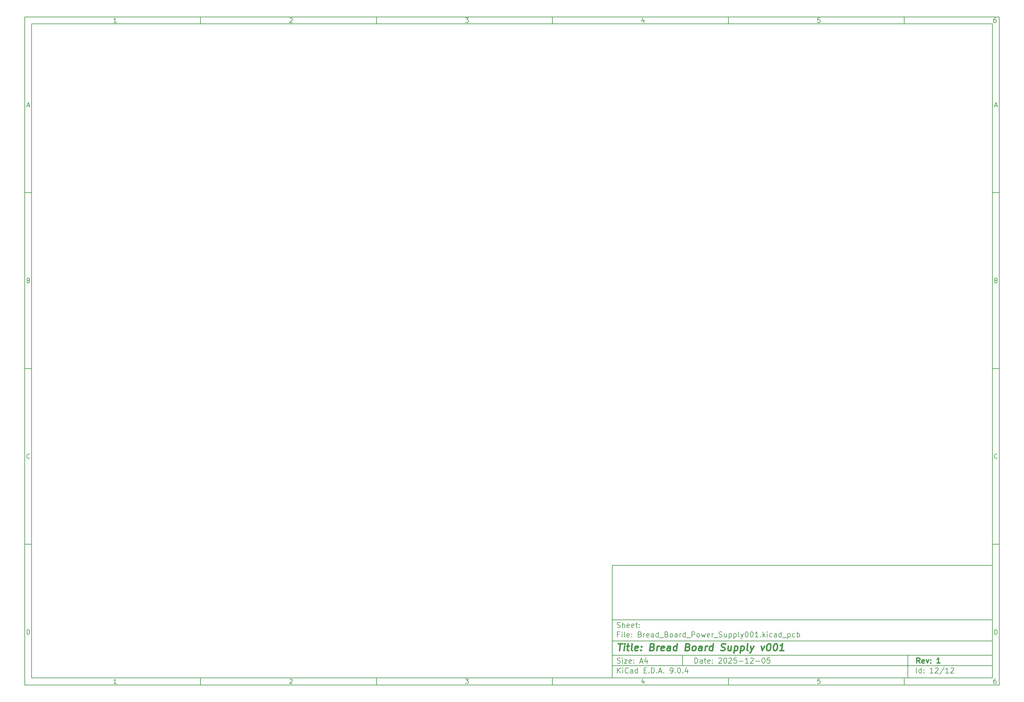
<source format=gbr>
%TF.GenerationSoftware,KiCad,Pcbnew,9.0.4*%
%TF.CreationDate,2025-12-05T21:51:26+03:30*%
%TF.ProjectId,Bread_Board_Power_Supply001,42726561-645f-4426-9f61-72645f506f77,1*%
%TF.SameCoordinates,Original*%
%TF.FileFunction,Other,User*%
%FSLAX46Y46*%
G04 Gerber Fmt 4.6, Leading zero omitted, Abs format (unit mm)*
G04 Created by KiCad (PCBNEW 9.0.4) date 2025-12-05 21:51:26*
%MOMM*%
%LPD*%
G01*
G04 APERTURE LIST*
%ADD10C,0.100000*%
%ADD11C,0.150000*%
%ADD12C,0.300000*%
%ADD13C,0.400000*%
G04 APERTURE END LIST*
D10*
D11*
X177002200Y-166007200D02*
X285002200Y-166007200D01*
X285002200Y-198007200D01*
X177002200Y-198007200D01*
X177002200Y-166007200D01*
D10*
D11*
X10000000Y-10000000D02*
X287002200Y-10000000D01*
X287002200Y-200007200D01*
X10000000Y-200007200D01*
X10000000Y-10000000D01*
D10*
D11*
X12000000Y-12000000D02*
X285002200Y-12000000D01*
X285002200Y-198007200D01*
X12000000Y-198007200D01*
X12000000Y-12000000D01*
D10*
D11*
X60000000Y-12000000D02*
X60000000Y-10000000D01*
D10*
D11*
X110000000Y-12000000D02*
X110000000Y-10000000D01*
D10*
D11*
X160000000Y-12000000D02*
X160000000Y-10000000D01*
D10*
D11*
X210000000Y-12000000D02*
X210000000Y-10000000D01*
D10*
D11*
X260000000Y-12000000D02*
X260000000Y-10000000D01*
D10*
D11*
X36089160Y-11593604D02*
X35346303Y-11593604D01*
X35717731Y-11593604D02*
X35717731Y-10293604D01*
X35717731Y-10293604D02*
X35593922Y-10479319D01*
X35593922Y-10479319D02*
X35470112Y-10603128D01*
X35470112Y-10603128D02*
X35346303Y-10665033D01*
D10*
D11*
X85346303Y-10417414D02*
X85408207Y-10355509D01*
X85408207Y-10355509D02*
X85532017Y-10293604D01*
X85532017Y-10293604D02*
X85841541Y-10293604D01*
X85841541Y-10293604D02*
X85965350Y-10355509D01*
X85965350Y-10355509D02*
X86027255Y-10417414D01*
X86027255Y-10417414D02*
X86089160Y-10541223D01*
X86089160Y-10541223D02*
X86089160Y-10665033D01*
X86089160Y-10665033D02*
X86027255Y-10850747D01*
X86027255Y-10850747D02*
X85284398Y-11593604D01*
X85284398Y-11593604D02*
X86089160Y-11593604D01*
D10*
D11*
X135284398Y-10293604D02*
X136089160Y-10293604D01*
X136089160Y-10293604D02*
X135655826Y-10788842D01*
X135655826Y-10788842D02*
X135841541Y-10788842D01*
X135841541Y-10788842D02*
X135965350Y-10850747D01*
X135965350Y-10850747D02*
X136027255Y-10912652D01*
X136027255Y-10912652D02*
X136089160Y-11036461D01*
X136089160Y-11036461D02*
X136089160Y-11345985D01*
X136089160Y-11345985D02*
X136027255Y-11469795D01*
X136027255Y-11469795D02*
X135965350Y-11531700D01*
X135965350Y-11531700D02*
X135841541Y-11593604D01*
X135841541Y-11593604D02*
X135470112Y-11593604D01*
X135470112Y-11593604D02*
X135346303Y-11531700D01*
X135346303Y-11531700D02*
X135284398Y-11469795D01*
D10*
D11*
X185965350Y-10726938D02*
X185965350Y-11593604D01*
X185655826Y-10231700D02*
X185346303Y-11160271D01*
X185346303Y-11160271D02*
X186151064Y-11160271D01*
D10*
D11*
X236027255Y-10293604D02*
X235408207Y-10293604D01*
X235408207Y-10293604D02*
X235346303Y-10912652D01*
X235346303Y-10912652D02*
X235408207Y-10850747D01*
X235408207Y-10850747D02*
X235532017Y-10788842D01*
X235532017Y-10788842D02*
X235841541Y-10788842D01*
X235841541Y-10788842D02*
X235965350Y-10850747D01*
X235965350Y-10850747D02*
X236027255Y-10912652D01*
X236027255Y-10912652D02*
X236089160Y-11036461D01*
X236089160Y-11036461D02*
X236089160Y-11345985D01*
X236089160Y-11345985D02*
X236027255Y-11469795D01*
X236027255Y-11469795D02*
X235965350Y-11531700D01*
X235965350Y-11531700D02*
X235841541Y-11593604D01*
X235841541Y-11593604D02*
X235532017Y-11593604D01*
X235532017Y-11593604D02*
X235408207Y-11531700D01*
X235408207Y-11531700D02*
X235346303Y-11469795D01*
D10*
D11*
X285965350Y-10293604D02*
X285717731Y-10293604D01*
X285717731Y-10293604D02*
X285593922Y-10355509D01*
X285593922Y-10355509D02*
X285532017Y-10417414D01*
X285532017Y-10417414D02*
X285408207Y-10603128D01*
X285408207Y-10603128D02*
X285346303Y-10850747D01*
X285346303Y-10850747D02*
X285346303Y-11345985D01*
X285346303Y-11345985D02*
X285408207Y-11469795D01*
X285408207Y-11469795D02*
X285470112Y-11531700D01*
X285470112Y-11531700D02*
X285593922Y-11593604D01*
X285593922Y-11593604D02*
X285841541Y-11593604D01*
X285841541Y-11593604D02*
X285965350Y-11531700D01*
X285965350Y-11531700D02*
X286027255Y-11469795D01*
X286027255Y-11469795D02*
X286089160Y-11345985D01*
X286089160Y-11345985D02*
X286089160Y-11036461D01*
X286089160Y-11036461D02*
X286027255Y-10912652D01*
X286027255Y-10912652D02*
X285965350Y-10850747D01*
X285965350Y-10850747D02*
X285841541Y-10788842D01*
X285841541Y-10788842D02*
X285593922Y-10788842D01*
X285593922Y-10788842D02*
X285470112Y-10850747D01*
X285470112Y-10850747D02*
X285408207Y-10912652D01*
X285408207Y-10912652D02*
X285346303Y-11036461D01*
D10*
D11*
X60000000Y-198007200D02*
X60000000Y-200007200D01*
D10*
D11*
X110000000Y-198007200D02*
X110000000Y-200007200D01*
D10*
D11*
X160000000Y-198007200D02*
X160000000Y-200007200D01*
D10*
D11*
X210000000Y-198007200D02*
X210000000Y-200007200D01*
D10*
D11*
X260000000Y-198007200D02*
X260000000Y-200007200D01*
D10*
D11*
X36089160Y-199600804D02*
X35346303Y-199600804D01*
X35717731Y-199600804D02*
X35717731Y-198300804D01*
X35717731Y-198300804D02*
X35593922Y-198486519D01*
X35593922Y-198486519D02*
X35470112Y-198610328D01*
X35470112Y-198610328D02*
X35346303Y-198672233D01*
D10*
D11*
X85346303Y-198424614D02*
X85408207Y-198362709D01*
X85408207Y-198362709D02*
X85532017Y-198300804D01*
X85532017Y-198300804D02*
X85841541Y-198300804D01*
X85841541Y-198300804D02*
X85965350Y-198362709D01*
X85965350Y-198362709D02*
X86027255Y-198424614D01*
X86027255Y-198424614D02*
X86089160Y-198548423D01*
X86089160Y-198548423D02*
X86089160Y-198672233D01*
X86089160Y-198672233D02*
X86027255Y-198857947D01*
X86027255Y-198857947D02*
X85284398Y-199600804D01*
X85284398Y-199600804D02*
X86089160Y-199600804D01*
D10*
D11*
X135284398Y-198300804D02*
X136089160Y-198300804D01*
X136089160Y-198300804D02*
X135655826Y-198796042D01*
X135655826Y-198796042D02*
X135841541Y-198796042D01*
X135841541Y-198796042D02*
X135965350Y-198857947D01*
X135965350Y-198857947D02*
X136027255Y-198919852D01*
X136027255Y-198919852D02*
X136089160Y-199043661D01*
X136089160Y-199043661D02*
X136089160Y-199353185D01*
X136089160Y-199353185D02*
X136027255Y-199476995D01*
X136027255Y-199476995D02*
X135965350Y-199538900D01*
X135965350Y-199538900D02*
X135841541Y-199600804D01*
X135841541Y-199600804D02*
X135470112Y-199600804D01*
X135470112Y-199600804D02*
X135346303Y-199538900D01*
X135346303Y-199538900D02*
X135284398Y-199476995D01*
D10*
D11*
X185965350Y-198734138D02*
X185965350Y-199600804D01*
X185655826Y-198238900D02*
X185346303Y-199167471D01*
X185346303Y-199167471D02*
X186151064Y-199167471D01*
D10*
D11*
X236027255Y-198300804D02*
X235408207Y-198300804D01*
X235408207Y-198300804D02*
X235346303Y-198919852D01*
X235346303Y-198919852D02*
X235408207Y-198857947D01*
X235408207Y-198857947D02*
X235532017Y-198796042D01*
X235532017Y-198796042D02*
X235841541Y-198796042D01*
X235841541Y-198796042D02*
X235965350Y-198857947D01*
X235965350Y-198857947D02*
X236027255Y-198919852D01*
X236027255Y-198919852D02*
X236089160Y-199043661D01*
X236089160Y-199043661D02*
X236089160Y-199353185D01*
X236089160Y-199353185D02*
X236027255Y-199476995D01*
X236027255Y-199476995D02*
X235965350Y-199538900D01*
X235965350Y-199538900D02*
X235841541Y-199600804D01*
X235841541Y-199600804D02*
X235532017Y-199600804D01*
X235532017Y-199600804D02*
X235408207Y-199538900D01*
X235408207Y-199538900D02*
X235346303Y-199476995D01*
D10*
D11*
X285965350Y-198300804D02*
X285717731Y-198300804D01*
X285717731Y-198300804D02*
X285593922Y-198362709D01*
X285593922Y-198362709D02*
X285532017Y-198424614D01*
X285532017Y-198424614D02*
X285408207Y-198610328D01*
X285408207Y-198610328D02*
X285346303Y-198857947D01*
X285346303Y-198857947D02*
X285346303Y-199353185D01*
X285346303Y-199353185D02*
X285408207Y-199476995D01*
X285408207Y-199476995D02*
X285470112Y-199538900D01*
X285470112Y-199538900D02*
X285593922Y-199600804D01*
X285593922Y-199600804D02*
X285841541Y-199600804D01*
X285841541Y-199600804D02*
X285965350Y-199538900D01*
X285965350Y-199538900D02*
X286027255Y-199476995D01*
X286027255Y-199476995D02*
X286089160Y-199353185D01*
X286089160Y-199353185D02*
X286089160Y-199043661D01*
X286089160Y-199043661D02*
X286027255Y-198919852D01*
X286027255Y-198919852D02*
X285965350Y-198857947D01*
X285965350Y-198857947D02*
X285841541Y-198796042D01*
X285841541Y-198796042D02*
X285593922Y-198796042D01*
X285593922Y-198796042D02*
X285470112Y-198857947D01*
X285470112Y-198857947D02*
X285408207Y-198919852D01*
X285408207Y-198919852D02*
X285346303Y-199043661D01*
D10*
D11*
X10000000Y-60000000D02*
X12000000Y-60000000D01*
D10*
D11*
X10000000Y-110000000D02*
X12000000Y-110000000D01*
D10*
D11*
X10000000Y-160000000D02*
X12000000Y-160000000D01*
D10*
D11*
X10690476Y-35222176D02*
X11309523Y-35222176D01*
X10566666Y-35593604D02*
X10999999Y-34293604D01*
X10999999Y-34293604D02*
X11433333Y-35593604D01*
D10*
D11*
X11092857Y-84912652D02*
X11278571Y-84974557D01*
X11278571Y-84974557D02*
X11340476Y-85036461D01*
X11340476Y-85036461D02*
X11402380Y-85160271D01*
X11402380Y-85160271D02*
X11402380Y-85345985D01*
X11402380Y-85345985D02*
X11340476Y-85469795D01*
X11340476Y-85469795D02*
X11278571Y-85531700D01*
X11278571Y-85531700D02*
X11154761Y-85593604D01*
X11154761Y-85593604D02*
X10659523Y-85593604D01*
X10659523Y-85593604D02*
X10659523Y-84293604D01*
X10659523Y-84293604D02*
X11092857Y-84293604D01*
X11092857Y-84293604D02*
X11216666Y-84355509D01*
X11216666Y-84355509D02*
X11278571Y-84417414D01*
X11278571Y-84417414D02*
X11340476Y-84541223D01*
X11340476Y-84541223D02*
X11340476Y-84665033D01*
X11340476Y-84665033D02*
X11278571Y-84788842D01*
X11278571Y-84788842D02*
X11216666Y-84850747D01*
X11216666Y-84850747D02*
X11092857Y-84912652D01*
X11092857Y-84912652D02*
X10659523Y-84912652D01*
D10*
D11*
X11402380Y-135469795D02*
X11340476Y-135531700D01*
X11340476Y-135531700D02*
X11154761Y-135593604D01*
X11154761Y-135593604D02*
X11030952Y-135593604D01*
X11030952Y-135593604D02*
X10845238Y-135531700D01*
X10845238Y-135531700D02*
X10721428Y-135407890D01*
X10721428Y-135407890D02*
X10659523Y-135284080D01*
X10659523Y-135284080D02*
X10597619Y-135036461D01*
X10597619Y-135036461D02*
X10597619Y-134850747D01*
X10597619Y-134850747D02*
X10659523Y-134603128D01*
X10659523Y-134603128D02*
X10721428Y-134479319D01*
X10721428Y-134479319D02*
X10845238Y-134355509D01*
X10845238Y-134355509D02*
X11030952Y-134293604D01*
X11030952Y-134293604D02*
X11154761Y-134293604D01*
X11154761Y-134293604D02*
X11340476Y-134355509D01*
X11340476Y-134355509D02*
X11402380Y-134417414D01*
D10*
D11*
X10659523Y-185593604D02*
X10659523Y-184293604D01*
X10659523Y-184293604D02*
X10969047Y-184293604D01*
X10969047Y-184293604D02*
X11154761Y-184355509D01*
X11154761Y-184355509D02*
X11278571Y-184479319D01*
X11278571Y-184479319D02*
X11340476Y-184603128D01*
X11340476Y-184603128D02*
X11402380Y-184850747D01*
X11402380Y-184850747D02*
X11402380Y-185036461D01*
X11402380Y-185036461D02*
X11340476Y-185284080D01*
X11340476Y-185284080D02*
X11278571Y-185407890D01*
X11278571Y-185407890D02*
X11154761Y-185531700D01*
X11154761Y-185531700D02*
X10969047Y-185593604D01*
X10969047Y-185593604D02*
X10659523Y-185593604D01*
D10*
D11*
X287002200Y-60000000D02*
X285002200Y-60000000D01*
D10*
D11*
X287002200Y-110000000D02*
X285002200Y-110000000D01*
D10*
D11*
X287002200Y-160000000D02*
X285002200Y-160000000D01*
D10*
D11*
X285692676Y-35222176D02*
X286311723Y-35222176D01*
X285568866Y-35593604D02*
X286002199Y-34293604D01*
X286002199Y-34293604D02*
X286435533Y-35593604D01*
D10*
D11*
X286095057Y-84912652D02*
X286280771Y-84974557D01*
X286280771Y-84974557D02*
X286342676Y-85036461D01*
X286342676Y-85036461D02*
X286404580Y-85160271D01*
X286404580Y-85160271D02*
X286404580Y-85345985D01*
X286404580Y-85345985D02*
X286342676Y-85469795D01*
X286342676Y-85469795D02*
X286280771Y-85531700D01*
X286280771Y-85531700D02*
X286156961Y-85593604D01*
X286156961Y-85593604D02*
X285661723Y-85593604D01*
X285661723Y-85593604D02*
X285661723Y-84293604D01*
X285661723Y-84293604D02*
X286095057Y-84293604D01*
X286095057Y-84293604D02*
X286218866Y-84355509D01*
X286218866Y-84355509D02*
X286280771Y-84417414D01*
X286280771Y-84417414D02*
X286342676Y-84541223D01*
X286342676Y-84541223D02*
X286342676Y-84665033D01*
X286342676Y-84665033D02*
X286280771Y-84788842D01*
X286280771Y-84788842D02*
X286218866Y-84850747D01*
X286218866Y-84850747D02*
X286095057Y-84912652D01*
X286095057Y-84912652D02*
X285661723Y-84912652D01*
D10*
D11*
X286404580Y-135469795D02*
X286342676Y-135531700D01*
X286342676Y-135531700D02*
X286156961Y-135593604D01*
X286156961Y-135593604D02*
X286033152Y-135593604D01*
X286033152Y-135593604D02*
X285847438Y-135531700D01*
X285847438Y-135531700D02*
X285723628Y-135407890D01*
X285723628Y-135407890D02*
X285661723Y-135284080D01*
X285661723Y-135284080D02*
X285599819Y-135036461D01*
X285599819Y-135036461D02*
X285599819Y-134850747D01*
X285599819Y-134850747D02*
X285661723Y-134603128D01*
X285661723Y-134603128D02*
X285723628Y-134479319D01*
X285723628Y-134479319D02*
X285847438Y-134355509D01*
X285847438Y-134355509D02*
X286033152Y-134293604D01*
X286033152Y-134293604D02*
X286156961Y-134293604D01*
X286156961Y-134293604D02*
X286342676Y-134355509D01*
X286342676Y-134355509D02*
X286404580Y-134417414D01*
D10*
D11*
X285661723Y-185593604D02*
X285661723Y-184293604D01*
X285661723Y-184293604D02*
X285971247Y-184293604D01*
X285971247Y-184293604D02*
X286156961Y-184355509D01*
X286156961Y-184355509D02*
X286280771Y-184479319D01*
X286280771Y-184479319D02*
X286342676Y-184603128D01*
X286342676Y-184603128D02*
X286404580Y-184850747D01*
X286404580Y-184850747D02*
X286404580Y-185036461D01*
X286404580Y-185036461D02*
X286342676Y-185284080D01*
X286342676Y-185284080D02*
X286280771Y-185407890D01*
X286280771Y-185407890D02*
X286156961Y-185531700D01*
X286156961Y-185531700D02*
X285971247Y-185593604D01*
X285971247Y-185593604D02*
X285661723Y-185593604D01*
D10*
D11*
X200458026Y-193793328D02*
X200458026Y-192293328D01*
X200458026Y-192293328D02*
X200815169Y-192293328D01*
X200815169Y-192293328D02*
X201029455Y-192364757D01*
X201029455Y-192364757D02*
X201172312Y-192507614D01*
X201172312Y-192507614D02*
X201243741Y-192650471D01*
X201243741Y-192650471D02*
X201315169Y-192936185D01*
X201315169Y-192936185D02*
X201315169Y-193150471D01*
X201315169Y-193150471D02*
X201243741Y-193436185D01*
X201243741Y-193436185D02*
X201172312Y-193579042D01*
X201172312Y-193579042D02*
X201029455Y-193721900D01*
X201029455Y-193721900D02*
X200815169Y-193793328D01*
X200815169Y-193793328D02*
X200458026Y-193793328D01*
X202600884Y-193793328D02*
X202600884Y-193007614D01*
X202600884Y-193007614D02*
X202529455Y-192864757D01*
X202529455Y-192864757D02*
X202386598Y-192793328D01*
X202386598Y-192793328D02*
X202100884Y-192793328D01*
X202100884Y-192793328D02*
X201958026Y-192864757D01*
X202600884Y-193721900D02*
X202458026Y-193793328D01*
X202458026Y-193793328D02*
X202100884Y-193793328D01*
X202100884Y-193793328D02*
X201958026Y-193721900D01*
X201958026Y-193721900D02*
X201886598Y-193579042D01*
X201886598Y-193579042D02*
X201886598Y-193436185D01*
X201886598Y-193436185D02*
X201958026Y-193293328D01*
X201958026Y-193293328D02*
X202100884Y-193221900D01*
X202100884Y-193221900D02*
X202458026Y-193221900D01*
X202458026Y-193221900D02*
X202600884Y-193150471D01*
X203100884Y-192793328D02*
X203672312Y-192793328D01*
X203315169Y-192293328D02*
X203315169Y-193579042D01*
X203315169Y-193579042D02*
X203386598Y-193721900D01*
X203386598Y-193721900D02*
X203529455Y-193793328D01*
X203529455Y-193793328D02*
X203672312Y-193793328D01*
X204743741Y-193721900D02*
X204600884Y-193793328D01*
X204600884Y-193793328D02*
X204315170Y-193793328D01*
X204315170Y-193793328D02*
X204172312Y-193721900D01*
X204172312Y-193721900D02*
X204100884Y-193579042D01*
X204100884Y-193579042D02*
X204100884Y-193007614D01*
X204100884Y-193007614D02*
X204172312Y-192864757D01*
X204172312Y-192864757D02*
X204315170Y-192793328D01*
X204315170Y-192793328D02*
X204600884Y-192793328D01*
X204600884Y-192793328D02*
X204743741Y-192864757D01*
X204743741Y-192864757D02*
X204815170Y-193007614D01*
X204815170Y-193007614D02*
X204815170Y-193150471D01*
X204815170Y-193150471D02*
X204100884Y-193293328D01*
X205458026Y-193650471D02*
X205529455Y-193721900D01*
X205529455Y-193721900D02*
X205458026Y-193793328D01*
X205458026Y-193793328D02*
X205386598Y-193721900D01*
X205386598Y-193721900D02*
X205458026Y-193650471D01*
X205458026Y-193650471D02*
X205458026Y-193793328D01*
X205458026Y-192864757D02*
X205529455Y-192936185D01*
X205529455Y-192936185D02*
X205458026Y-193007614D01*
X205458026Y-193007614D02*
X205386598Y-192936185D01*
X205386598Y-192936185D02*
X205458026Y-192864757D01*
X205458026Y-192864757D02*
X205458026Y-193007614D01*
X207243741Y-192436185D02*
X207315169Y-192364757D01*
X207315169Y-192364757D02*
X207458027Y-192293328D01*
X207458027Y-192293328D02*
X207815169Y-192293328D01*
X207815169Y-192293328D02*
X207958027Y-192364757D01*
X207958027Y-192364757D02*
X208029455Y-192436185D01*
X208029455Y-192436185D02*
X208100884Y-192579042D01*
X208100884Y-192579042D02*
X208100884Y-192721900D01*
X208100884Y-192721900D02*
X208029455Y-192936185D01*
X208029455Y-192936185D02*
X207172312Y-193793328D01*
X207172312Y-193793328D02*
X208100884Y-193793328D01*
X209029455Y-192293328D02*
X209172312Y-192293328D01*
X209172312Y-192293328D02*
X209315169Y-192364757D01*
X209315169Y-192364757D02*
X209386598Y-192436185D01*
X209386598Y-192436185D02*
X209458026Y-192579042D01*
X209458026Y-192579042D02*
X209529455Y-192864757D01*
X209529455Y-192864757D02*
X209529455Y-193221900D01*
X209529455Y-193221900D02*
X209458026Y-193507614D01*
X209458026Y-193507614D02*
X209386598Y-193650471D01*
X209386598Y-193650471D02*
X209315169Y-193721900D01*
X209315169Y-193721900D02*
X209172312Y-193793328D01*
X209172312Y-193793328D02*
X209029455Y-193793328D01*
X209029455Y-193793328D02*
X208886598Y-193721900D01*
X208886598Y-193721900D02*
X208815169Y-193650471D01*
X208815169Y-193650471D02*
X208743740Y-193507614D01*
X208743740Y-193507614D02*
X208672312Y-193221900D01*
X208672312Y-193221900D02*
X208672312Y-192864757D01*
X208672312Y-192864757D02*
X208743740Y-192579042D01*
X208743740Y-192579042D02*
X208815169Y-192436185D01*
X208815169Y-192436185D02*
X208886598Y-192364757D01*
X208886598Y-192364757D02*
X209029455Y-192293328D01*
X210100883Y-192436185D02*
X210172311Y-192364757D01*
X210172311Y-192364757D02*
X210315169Y-192293328D01*
X210315169Y-192293328D02*
X210672311Y-192293328D01*
X210672311Y-192293328D02*
X210815169Y-192364757D01*
X210815169Y-192364757D02*
X210886597Y-192436185D01*
X210886597Y-192436185D02*
X210958026Y-192579042D01*
X210958026Y-192579042D02*
X210958026Y-192721900D01*
X210958026Y-192721900D02*
X210886597Y-192936185D01*
X210886597Y-192936185D02*
X210029454Y-193793328D01*
X210029454Y-193793328D02*
X210958026Y-193793328D01*
X212315168Y-192293328D02*
X211600882Y-192293328D01*
X211600882Y-192293328D02*
X211529454Y-193007614D01*
X211529454Y-193007614D02*
X211600882Y-192936185D01*
X211600882Y-192936185D02*
X211743740Y-192864757D01*
X211743740Y-192864757D02*
X212100882Y-192864757D01*
X212100882Y-192864757D02*
X212243740Y-192936185D01*
X212243740Y-192936185D02*
X212315168Y-193007614D01*
X212315168Y-193007614D02*
X212386597Y-193150471D01*
X212386597Y-193150471D02*
X212386597Y-193507614D01*
X212386597Y-193507614D02*
X212315168Y-193650471D01*
X212315168Y-193650471D02*
X212243740Y-193721900D01*
X212243740Y-193721900D02*
X212100882Y-193793328D01*
X212100882Y-193793328D02*
X211743740Y-193793328D01*
X211743740Y-193793328D02*
X211600882Y-193721900D01*
X211600882Y-193721900D02*
X211529454Y-193650471D01*
X213029453Y-193221900D02*
X214172311Y-193221900D01*
X215672311Y-193793328D02*
X214815168Y-193793328D01*
X215243739Y-193793328D02*
X215243739Y-192293328D01*
X215243739Y-192293328D02*
X215100882Y-192507614D01*
X215100882Y-192507614D02*
X214958025Y-192650471D01*
X214958025Y-192650471D02*
X214815168Y-192721900D01*
X216243739Y-192436185D02*
X216315167Y-192364757D01*
X216315167Y-192364757D02*
X216458025Y-192293328D01*
X216458025Y-192293328D02*
X216815167Y-192293328D01*
X216815167Y-192293328D02*
X216958025Y-192364757D01*
X216958025Y-192364757D02*
X217029453Y-192436185D01*
X217029453Y-192436185D02*
X217100882Y-192579042D01*
X217100882Y-192579042D02*
X217100882Y-192721900D01*
X217100882Y-192721900D02*
X217029453Y-192936185D01*
X217029453Y-192936185D02*
X216172310Y-193793328D01*
X216172310Y-193793328D02*
X217100882Y-193793328D01*
X217743738Y-193221900D02*
X218886596Y-193221900D01*
X219886596Y-192293328D02*
X220029453Y-192293328D01*
X220029453Y-192293328D02*
X220172310Y-192364757D01*
X220172310Y-192364757D02*
X220243739Y-192436185D01*
X220243739Y-192436185D02*
X220315167Y-192579042D01*
X220315167Y-192579042D02*
X220386596Y-192864757D01*
X220386596Y-192864757D02*
X220386596Y-193221900D01*
X220386596Y-193221900D02*
X220315167Y-193507614D01*
X220315167Y-193507614D02*
X220243739Y-193650471D01*
X220243739Y-193650471D02*
X220172310Y-193721900D01*
X220172310Y-193721900D02*
X220029453Y-193793328D01*
X220029453Y-193793328D02*
X219886596Y-193793328D01*
X219886596Y-193793328D02*
X219743739Y-193721900D01*
X219743739Y-193721900D02*
X219672310Y-193650471D01*
X219672310Y-193650471D02*
X219600881Y-193507614D01*
X219600881Y-193507614D02*
X219529453Y-193221900D01*
X219529453Y-193221900D02*
X219529453Y-192864757D01*
X219529453Y-192864757D02*
X219600881Y-192579042D01*
X219600881Y-192579042D02*
X219672310Y-192436185D01*
X219672310Y-192436185D02*
X219743739Y-192364757D01*
X219743739Y-192364757D02*
X219886596Y-192293328D01*
X221743738Y-192293328D02*
X221029452Y-192293328D01*
X221029452Y-192293328D02*
X220958024Y-193007614D01*
X220958024Y-193007614D02*
X221029452Y-192936185D01*
X221029452Y-192936185D02*
X221172310Y-192864757D01*
X221172310Y-192864757D02*
X221529452Y-192864757D01*
X221529452Y-192864757D02*
X221672310Y-192936185D01*
X221672310Y-192936185D02*
X221743738Y-193007614D01*
X221743738Y-193007614D02*
X221815167Y-193150471D01*
X221815167Y-193150471D02*
X221815167Y-193507614D01*
X221815167Y-193507614D02*
X221743738Y-193650471D01*
X221743738Y-193650471D02*
X221672310Y-193721900D01*
X221672310Y-193721900D02*
X221529452Y-193793328D01*
X221529452Y-193793328D02*
X221172310Y-193793328D01*
X221172310Y-193793328D02*
X221029452Y-193721900D01*
X221029452Y-193721900D02*
X220958024Y-193650471D01*
D10*
D11*
X177002200Y-194507200D02*
X285002200Y-194507200D01*
D10*
D11*
X178458026Y-196593328D02*
X178458026Y-195093328D01*
X179315169Y-196593328D02*
X178672312Y-195736185D01*
X179315169Y-195093328D02*
X178458026Y-195950471D01*
X179958026Y-196593328D02*
X179958026Y-195593328D01*
X179958026Y-195093328D02*
X179886598Y-195164757D01*
X179886598Y-195164757D02*
X179958026Y-195236185D01*
X179958026Y-195236185D02*
X180029455Y-195164757D01*
X180029455Y-195164757D02*
X179958026Y-195093328D01*
X179958026Y-195093328D02*
X179958026Y-195236185D01*
X181529455Y-196450471D02*
X181458027Y-196521900D01*
X181458027Y-196521900D02*
X181243741Y-196593328D01*
X181243741Y-196593328D02*
X181100884Y-196593328D01*
X181100884Y-196593328D02*
X180886598Y-196521900D01*
X180886598Y-196521900D02*
X180743741Y-196379042D01*
X180743741Y-196379042D02*
X180672312Y-196236185D01*
X180672312Y-196236185D02*
X180600884Y-195950471D01*
X180600884Y-195950471D02*
X180600884Y-195736185D01*
X180600884Y-195736185D02*
X180672312Y-195450471D01*
X180672312Y-195450471D02*
X180743741Y-195307614D01*
X180743741Y-195307614D02*
X180886598Y-195164757D01*
X180886598Y-195164757D02*
X181100884Y-195093328D01*
X181100884Y-195093328D02*
X181243741Y-195093328D01*
X181243741Y-195093328D02*
X181458027Y-195164757D01*
X181458027Y-195164757D02*
X181529455Y-195236185D01*
X182815170Y-196593328D02*
X182815170Y-195807614D01*
X182815170Y-195807614D02*
X182743741Y-195664757D01*
X182743741Y-195664757D02*
X182600884Y-195593328D01*
X182600884Y-195593328D02*
X182315170Y-195593328D01*
X182315170Y-195593328D02*
X182172312Y-195664757D01*
X182815170Y-196521900D02*
X182672312Y-196593328D01*
X182672312Y-196593328D02*
X182315170Y-196593328D01*
X182315170Y-196593328D02*
X182172312Y-196521900D01*
X182172312Y-196521900D02*
X182100884Y-196379042D01*
X182100884Y-196379042D02*
X182100884Y-196236185D01*
X182100884Y-196236185D02*
X182172312Y-196093328D01*
X182172312Y-196093328D02*
X182315170Y-196021900D01*
X182315170Y-196021900D02*
X182672312Y-196021900D01*
X182672312Y-196021900D02*
X182815170Y-195950471D01*
X184172313Y-196593328D02*
X184172313Y-195093328D01*
X184172313Y-196521900D02*
X184029455Y-196593328D01*
X184029455Y-196593328D02*
X183743741Y-196593328D01*
X183743741Y-196593328D02*
X183600884Y-196521900D01*
X183600884Y-196521900D02*
X183529455Y-196450471D01*
X183529455Y-196450471D02*
X183458027Y-196307614D01*
X183458027Y-196307614D02*
X183458027Y-195879042D01*
X183458027Y-195879042D02*
X183529455Y-195736185D01*
X183529455Y-195736185D02*
X183600884Y-195664757D01*
X183600884Y-195664757D02*
X183743741Y-195593328D01*
X183743741Y-195593328D02*
X184029455Y-195593328D01*
X184029455Y-195593328D02*
X184172313Y-195664757D01*
X186029455Y-195807614D02*
X186529455Y-195807614D01*
X186743741Y-196593328D02*
X186029455Y-196593328D01*
X186029455Y-196593328D02*
X186029455Y-195093328D01*
X186029455Y-195093328D02*
X186743741Y-195093328D01*
X187386598Y-196450471D02*
X187458027Y-196521900D01*
X187458027Y-196521900D02*
X187386598Y-196593328D01*
X187386598Y-196593328D02*
X187315170Y-196521900D01*
X187315170Y-196521900D02*
X187386598Y-196450471D01*
X187386598Y-196450471D02*
X187386598Y-196593328D01*
X188100884Y-196593328D02*
X188100884Y-195093328D01*
X188100884Y-195093328D02*
X188458027Y-195093328D01*
X188458027Y-195093328D02*
X188672313Y-195164757D01*
X188672313Y-195164757D02*
X188815170Y-195307614D01*
X188815170Y-195307614D02*
X188886599Y-195450471D01*
X188886599Y-195450471D02*
X188958027Y-195736185D01*
X188958027Y-195736185D02*
X188958027Y-195950471D01*
X188958027Y-195950471D02*
X188886599Y-196236185D01*
X188886599Y-196236185D02*
X188815170Y-196379042D01*
X188815170Y-196379042D02*
X188672313Y-196521900D01*
X188672313Y-196521900D02*
X188458027Y-196593328D01*
X188458027Y-196593328D02*
X188100884Y-196593328D01*
X189600884Y-196450471D02*
X189672313Y-196521900D01*
X189672313Y-196521900D02*
X189600884Y-196593328D01*
X189600884Y-196593328D02*
X189529456Y-196521900D01*
X189529456Y-196521900D02*
X189600884Y-196450471D01*
X189600884Y-196450471D02*
X189600884Y-196593328D01*
X190243742Y-196164757D02*
X190958028Y-196164757D01*
X190100885Y-196593328D02*
X190600885Y-195093328D01*
X190600885Y-195093328D02*
X191100885Y-196593328D01*
X191600884Y-196450471D02*
X191672313Y-196521900D01*
X191672313Y-196521900D02*
X191600884Y-196593328D01*
X191600884Y-196593328D02*
X191529456Y-196521900D01*
X191529456Y-196521900D02*
X191600884Y-196450471D01*
X191600884Y-196450471D02*
X191600884Y-196593328D01*
X193529456Y-196593328D02*
X193815170Y-196593328D01*
X193815170Y-196593328D02*
X193958027Y-196521900D01*
X193958027Y-196521900D02*
X194029456Y-196450471D01*
X194029456Y-196450471D02*
X194172313Y-196236185D01*
X194172313Y-196236185D02*
X194243742Y-195950471D01*
X194243742Y-195950471D02*
X194243742Y-195379042D01*
X194243742Y-195379042D02*
X194172313Y-195236185D01*
X194172313Y-195236185D02*
X194100885Y-195164757D01*
X194100885Y-195164757D02*
X193958027Y-195093328D01*
X193958027Y-195093328D02*
X193672313Y-195093328D01*
X193672313Y-195093328D02*
X193529456Y-195164757D01*
X193529456Y-195164757D02*
X193458027Y-195236185D01*
X193458027Y-195236185D02*
X193386599Y-195379042D01*
X193386599Y-195379042D02*
X193386599Y-195736185D01*
X193386599Y-195736185D02*
X193458027Y-195879042D01*
X193458027Y-195879042D02*
X193529456Y-195950471D01*
X193529456Y-195950471D02*
X193672313Y-196021900D01*
X193672313Y-196021900D02*
X193958027Y-196021900D01*
X193958027Y-196021900D02*
X194100885Y-195950471D01*
X194100885Y-195950471D02*
X194172313Y-195879042D01*
X194172313Y-195879042D02*
X194243742Y-195736185D01*
X194886598Y-196450471D02*
X194958027Y-196521900D01*
X194958027Y-196521900D02*
X194886598Y-196593328D01*
X194886598Y-196593328D02*
X194815170Y-196521900D01*
X194815170Y-196521900D02*
X194886598Y-196450471D01*
X194886598Y-196450471D02*
X194886598Y-196593328D01*
X195886599Y-195093328D02*
X196029456Y-195093328D01*
X196029456Y-195093328D02*
X196172313Y-195164757D01*
X196172313Y-195164757D02*
X196243742Y-195236185D01*
X196243742Y-195236185D02*
X196315170Y-195379042D01*
X196315170Y-195379042D02*
X196386599Y-195664757D01*
X196386599Y-195664757D02*
X196386599Y-196021900D01*
X196386599Y-196021900D02*
X196315170Y-196307614D01*
X196315170Y-196307614D02*
X196243742Y-196450471D01*
X196243742Y-196450471D02*
X196172313Y-196521900D01*
X196172313Y-196521900D02*
X196029456Y-196593328D01*
X196029456Y-196593328D02*
X195886599Y-196593328D01*
X195886599Y-196593328D02*
X195743742Y-196521900D01*
X195743742Y-196521900D02*
X195672313Y-196450471D01*
X195672313Y-196450471D02*
X195600884Y-196307614D01*
X195600884Y-196307614D02*
X195529456Y-196021900D01*
X195529456Y-196021900D02*
X195529456Y-195664757D01*
X195529456Y-195664757D02*
X195600884Y-195379042D01*
X195600884Y-195379042D02*
X195672313Y-195236185D01*
X195672313Y-195236185D02*
X195743742Y-195164757D01*
X195743742Y-195164757D02*
X195886599Y-195093328D01*
X197029455Y-196450471D02*
X197100884Y-196521900D01*
X197100884Y-196521900D02*
X197029455Y-196593328D01*
X197029455Y-196593328D02*
X196958027Y-196521900D01*
X196958027Y-196521900D02*
X197029455Y-196450471D01*
X197029455Y-196450471D02*
X197029455Y-196593328D01*
X198386599Y-195593328D02*
X198386599Y-196593328D01*
X198029456Y-195021900D02*
X197672313Y-196093328D01*
X197672313Y-196093328D02*
X198600884Y-196093328D01*
D10*
D11*
X177002200Y-191507200D02*
X285002200Y-191507200D01*
D10*
D12*
X264413853Y-193785528D02*
X263913853Y-193071242D01*
X263556710Y-193785528D02*
X263556710Y-192285528D01*
X263556710Y-192285528D02*
X264128139Y-192285528D01*
X264128139Y-192285528D02*
X264270996Y-192356957D01*
X264270996Y-192356957D02*
X264342425Y-192428385D01*
X264342425Y-192428385D02*
X264413853Y-192571242D01*
X264413853Y-192571242D02*
X264413853Y-192785528D01*
X264413853Y-192785528D02*
X264342425Y-192928385D01*
X264342425Y-192928385D02*
X264270996Y-192999814D01*
X264270996Y-192999814D02*
X264128139Y-193071242D01*
X264128139Y-193071242D02*
X263556710Y-193071242D01*
X265628139Y-193714100D02*
X265485282Y-193785528D01*
X265485282Y-193785528D02*
X265199568Y-193785528D01*
X265199568Y-193785528D02*
X265056710Y-193714100D01*
X265056710Y-193714100D02*
X264985282Y-193571242D01*
X264985282Y-193571242D02*
X264985282Y-192999814D01*
X264985282Y-192999814D02*
X265056710Y-192856957D01*
X265056710Y-192856957D02*
X265199568Y-192785528D01*
X265199568Y-192785528D02*
X265485282Y-192785528D01*
X265485282Y-192785528D02*
X265628139Y-192856957D01*
X265628139Y-192856957D02*
X265699568Y-192999814D01*
X265699568Y-192999814D02*
X265699568Y-193142671D01*
X265699568Y-193142671D02*
X264985282Y-193285528D01*
X266199567Y-192785528D02*
X266556710Y-193785528D01*
X266556710Y-193785528D02*
X266913853Y-192785528D01*
X267485281Y-193642671D02*
X267556710Y-193714100D01*
X267556710Y-193714100D02*
X267485281Y-193785528D01*
X267485281Y-193785528D02*
X267413853Y-193714100D01*
X267413853Y-193714100D02*
X267485281Y-193642671D01*
X267485281Y-193642671D02*
X267485281Y-193785528D01*
X267485281Y-192856957D02*
X267556710Y-192928385D01*
X267556710Y-192928385D02*
X267485281Y-192999814D01*
X267485281Y-192999814D02*
X267413853Y-192928385D01*
X267413853Y-192928385D02*
X267485281Y-192856957D01*
X267485281Y-192856957D02*
X267485281Y-192999814D01*
X270128139Y-193785528D02*
X269270996Y-193785528D01*
X269699567Y-193785528D02*
X269699567Y-192285528D01*
X269699567Y-192285528D02*
X269556710Y-192499814D01*
X269556710Y-192499814D02*
X269413853Y-192642671D01*
X269413853Y-192642671D02*
X269270996Y-192714100D01*
D10*
D11*
X178386598Y-193721900D02*
X178600884Y-193793328D01*
X178600884Y-193793328D02*
X178958026Y-193793328D01*
X178958026Y-193793328D02*
X179100884Y-193721900D01*
X179100884Y-193721900D02*
X179172312Y-193650471D01*
X179172312Y-193650471D02*
X179243741Y-193507614D01*
X179243741Y-193507614D02*
X179243741Y-193364757D01*
X179243741Y-193364757D02*
X179172312Y-193221900D01*
X179172312Y-193221900D02*
X179100884Y-193150471D01*
X179100884Y-193150471D02*
X178958026Y-193079042D01*
X178958026Y-193079042D02*
X178672312Y-193007614D01*
X178672312Y-193007614D02*
X178529455Y-192936185D01*
X178529455Y-192936185D02*
X178458026Y-192864757D01*
X178458026Y-192864757D02*
X178386598Y-192721900D01*
X178386598Y-192721900D02*
X178386598Y-192579042D01*
X178386598Y-192579042D02*
X178458026Y-192436185D01*
X178458026Y-192436185D02*
X178529455Y-192364757D01*
X178529455Y-192364757D02*
X178672312Y-192293328D01*
X178672312Y-192293328D02*
X179029455Y-192293328D01*
X179029455Y-192293328D02*
X179243741Y-192364757D01*
X179886597Y-193793328D02*
X179886597Y-192793328D01*
X179886597Y-192293328D02*
X179815169Y-192364757D01*
X179815169Y-192364757D02*
X179886597Y-192436185D01*
X179886597Y-192436185D02*
X179958026Y-192364757D01*
X179958026Y-192364757D02*
X179886597Y-192293328D01*
X179886597Y-192293328D02*
X179886597Y-192436185D01*
X180458026Y-192793328D02*
X181243741Y-192793328D01*
X181243741Y-192793328D02*
X180458026Y-193793328D01*
X180458026Y-193793328D02*
X181243741Y-193793328D01*
X182386598Y-193721900D02*
X182243741Y-193793328D01*
X182243741Y-193793328D02*
X181958027Y-193793328D01*
X181958027Y-193793328D02*
X181815169Y-193721900D01*
X181815169Y-193721900D02*
X181743741Y-193579042D01*
X181743741Y-193579042D02*
X181743741Y-193007614D01*
X181743741Y-193007614D02*
X181815169Y-192864757D01*
X181815169Y-192864757D02*
X181958027Y-192793328D01*
X181958027Y-192793328D02*
X182243741Y-192793328D01*
X182243741Y-192793328D02*
X182386598Y-192864757D01*
X182386598Y-192864757D02*
X182458027Y-193007614D01*
X182458027Y-193007614D02*
X182458027Y-193150471D01*
X182458027Y-193150471D02*
X181743741Y-193293328D01*
X183100883Y-193650471D02*
X183172312Y-193721900D01*
X183172312Y-193721900D02*
X183100883Y-193793328D01*
X183100883Y-193793328D02*
X183029455Y-193721900D01*
X183029455Y-193721900D02*
X183100883Y-193650471D01*
X183100883Y-193650471D02*
X183100883Y-193793328D01*
X183100883Y-192864757D02*
X183172312Y-192936185D01*
X183172312Y-192936185D02*
X183100883Y-193007614D01*
X183100883Y-193007614D02*
X183029455Y-192936185D01*
X183029455Y-192936185D02*
X183100883Y-192864757D01*
X183100883Y-192864757D02*
X183100883Y-193007614D01*
X184886598Y-193364757D02*
X185600884Y-193364757D01*
X184743741Y-193793328D02*
X185243741Y-192293328D01*
X185243741Y-192293328D02*
X185743741Y-193793328D01*
X186886598Y-192793328D02*
X186886598Y-193793328D01*
X186529455Y-192221900D02*
X186172312Y-193293328D01*
X186172312Y-193293328D02*
X187100883Y-193293328D01*
D10*
D11*
X263458026Y-196593328D02*
X263458026Y-195093328D01*
X264815170Y-196593328D02*
X264815170Y-195093328D01*
X264815170Y-196521900D02*
X264672312Y-196593328D01*
X264672312Y-196593328D02*
X264386598Y-196593328D01*
X264386598Y-196593328D02*
X264243741Y-196521900D01*
X264243741Y-196521900D02*
X264172312Y-196450471D01*
X264172312Y-196450471D02*
X264100884Y-196307614D01*
X264100884Y-196307614D02*
X264100884Y-195879042D01*
X264100884Y-195879042D02*
X264172312Y-195736185D01*
X264172312Y-195736185D02*
X264243741Y-195664757D01*
X264243741Y-195664757D02*
X264386598Y-195593328D01*
X264386598Y-195593328D02*
X264672312Y-195593328D01*
X264672312Y-195593328D02*
X264815170Y-195664757D01*
X265529455Y-196450471D02*
X265600884Y-196521900D01*
X265600884Y-196521900D02*
X265529455Y-196593328D01*
X265529455Y-196593328D02*
X265458027Y-196521900D01*
X265458027Y-196521900D02*
X265529455Y-196450471D01*
X265529455Y-196450471D02*
X265529455Y-196593328D01*
X265529455Y-195664757D02*
X265600884Y-195736185D01*
X265600884Y-195736185D02*
X265529455Y-195807614D01*
X265529455Y-195807614D02*
X265458027Y-195736185D01*
X265458027Y-195736185D02*
X265529455Y-195664757D01*
X265529455Y-195664757D02*
X265529455Y-195807614D01*
X268172313Y-196593328D02*
X267315170Y-196593328D01*
X267743741Y-196593328D02*
X267743741Y-195093328D01*
X267743741Y-195093328D02*
X267600884Y-195307614D01*
X267600884Y-195307614D02*
X267458027Y-195450471D01*
X267458027Y-195450471D02*
X267315170Y-195521900D01*
X268743741Y-195236185D02*
X268815169Y-195164757D01*
X268815169Y-195164757D02*
X268958027Y-195093328D01*
X268958027Y-195093328D02*
X269315169Y-195093328D01*
X269315169Y-195093328D02*
X269458027Y-195164757D01*
X269458027Y-195164757D02*
X269529455Y-195236185D01*
X269529455Y-195236185D02*
X269600884Y-195379042D01*
X269600884Y-195379042D02*
X269600884Y-195521900D01*
X269600884Y-195521900D02*
X269529455Y-195736185D01*
X269529455Y-195736185D02*
X268672312Y-196593328D01*
X268672312Y-196593328D02*
X269600884Y-196593328D01*
X271315169Y-195021900D02*
X270029455Y-196950471D01*
X272600884Y-196593328D02*
X271743741Y-196593328D01*
X272172312Y-196593328D02*
X272172312Y-195093328D01*
X272172312Y-195093328D02*
X272029455Y-195307614D01*
X272029455Y-195307614D02*
X271886598Y-195450471D01*
X271886598Y-195450471D02*
X271743741Y-195521900D01*
X273172312Y-195236185D02*
X273243740Y-195164757D01*
X273243740Y-195164757D02*
X273386598Y-195093328D01*
X273386598Y-195093328D02*
X273743740Y-195093328D01*
X273743740Y-195093328D02*
X273886598Y-195164757D01*
X273886598Y-195164757D02*
X273958026Y-195236185D01*
X273958026Y-195236185D02*
X274029455Y-195379042D01*
X274029455Y-195379042D02*
X274029455Y-195521900D01*
X274029455Y-195521900D02*
X273958026Y-195736185D01*
X273958026Y-195736185D02*
X273100883Y-196593328D01*
X273100883Y-196593328D02*
X274029455Y-196593328D01*
D10*
D11*
X177002200Y-187507200D02*
X285002200Y-187507200D01*
D10*
D13*
X178693928Y-188211638D02*
X179836785Y-188211638D01*
X179015357Y-190211638D02*
X179265357Y-188211638D01*
X180253452Y-190211638D02*
X180420119Y-188878304D01*
X180503452Y-188211638D02*
X180396309Y-188306876D01*
X180396309Y-188306876D02*
X180479643Y-188402114D01*
X180479643Y-188402114D02*
X180586786Y-188306876D01*
X180586786Y-188306876D02*
X180503452Y-188211638D01*
X180503452Y-188211638D02*
X180479643Y-188402114D01*
X181086786Y-188878304D02*
X181848690Y-188878304D01*
X181455833Y-188211638D02*
X181241548Y-189925923D01*
X181241548Y-189925923D02*
X181312976Y-190116400D01*
X181312976Y-190116400D02*
X181491548Y-190211638D01*
X181491548Y-190211638D02*
X181682024Y-190211638D01*
X182634405Y-190211638D02*
X182455833Y-190116400D01*
X182455833Y-190116400D02*
X182384405Y-189925923D01*
X182384405Y-189925923D02*
X182598690Y-188211638D01*
X184170119Y-190116400D02*
X183967738Y-190211638D01*
X183967738Y-190211638D02*
X183586785Y-190211638D01*
X183586785Y-190211638D02*
X183408214Y-190116400D01*
X183408214Y-190116400D02*
X183336785Y-189925923D01*
X183336785Y-189925923D02*
X183432024Y-189164019D01*
X183432024Y-189164019D02*
X183551071Y-188973542D01*
X183551071Y-188973542D02*
X183753452Y-188878304D01*
X183753452Y-188878304D02*
X184134404Y-188878304D01*
X184134404Y-188878304D02*
X184312976Y-188973542D01*
X184312976Y-188973542D02*
X184384404Y-189164019D01*
X184384404Y-189164019D02*
X184360595Y-189354495D01*
X184360595Y-189354495D02*
X183384404Y-189544971D01*
X185134405Y-190021161D02*
X185217738Y-190116400D01*
X185217738Y-190116400D02*
X185110595Y-190211638D01*
X185110595Y-190211638D02*
X185027262Y-190116400D01*
X185027262Y-190116400D02*
X185134405Y-190021161D01*
X185134405Y-190021161D02*
X185110595Y-190211638D01*
X185265357Y-188973542D02*
X185348690Y-189068780D01*
X185348690Y-189068780D02*
X185241548Y-189164019D01*
X185241548Y-189164019D02*
X185158214Y-189068780D01*
X185158214Y-189068780D02*
X185265357Y-188973542D01*
X185265357Y-188973542D02*
X185241548Y-189164019D01*
X188384405Y-189164019D02*
X188658215Y-189259257D01*
X188658215Y-189259257D02*
X188741548Y-189354495D01*
X188741548Y-189354495D02*
X188812977Y-189544971D01*
X188812977Y-189544971D02*
X188777262Y-189830685D01*
X188777262Y-189830685D02*
X188658215Y-190021161D01*
X188658215Y-190021161D02*
X188551072Y-190116400D01*
X188551072Y-190116400D02*
X188348691Y-190211638D01*
X188348691Y-190211638D02*
X187586786Y-190211638D01*
X187586786Y-190211638D02*
X187836786Y-188211638D01*
X187836786Y-188211638D02*
X188503453Y-188211638D01*
X188503453Y-188211638D02*
X188682024Y-188306876D01*
X188682024Y-188306876D02*
X188765358Y-188402114D01*
X188765358Y-188402114D02*
X188836786Y-188592590D01*
X188836786Y-188592590D02*
X188812977Y-188783066D01*
X188812977Y-188783066D02*
X188693929Y-188973542D01*
X188693929Y-188973542D02*
X188586786Y-189068780D01*
X188586786Y-189068780D02*
X188384405Y-189164019D01*
X188384405Y-189164019D02*
X187717739Y-189164019D01*
X189586786Y-190211638D02*
X189753453Y-188878304D01*
X189705834Y-189259257D02*
X189824881Y-189068780D01*
X189824881Y-189068780D02*
X189932024Y-188973542D01*
X189932024Y-188973542D02*
X190134405Y-188878304D01*
X190134405Y-188878304D02*
X190324881Y-188878304D01*
X191598691Y-190116400D02*
X191396310Y-190211638D01*
X191396310Y-190211638D02*
X191015357Y-190211638D01*
X191015357Y-190211638D02*
X190836786Y-190116400D01*
X190836786Y-190116400D02*
X190765357Y-189925923D01*
X190765357Y-189925923D02*
X190860596Y-189164019D01*
X190860596Y-189164019D02*
X190979643Y-188973542D01*
X190979643Y-188973542D02*
X191182024Y-188878304D01*
X191182024Y-188878304D02*
X191562976Y-188878304D01*
X191562976Y-188878304D02*
X191741548Y-188973542D01*
X191741548Y-188973542D02*
X191812976Y-189164019D01*
X191812976Y-189164019D02*
X191789167Y-189354495D01*
X191789167Y-189354495D02*
X190812976Y-189544971D01*
X193396310Y-190211638D02*
X193527262Y-189164019D01*
X193527262Y-189164019D02*
X193455834Y-188973542D01*
X193455834Y-188973542D02*
X193277262Y-188878304D01*
X193277262Y-188878304D02*
X192896310Y-188878304D01*
X192896310Y-188878304D02*
X192693929Y-188973542D01*
X193408215Y-190116400D02*
X193205834Y-190211638D01*
X193205834Y-190211638D02*
X192729643Y-190211638D01*
X192729643Y-190211638D02*
X192551072Y-190116400D01*
X192551072Y-190116400D02*
X192479643Y-189925923D01*
X192479643Y-189925923D02*
X192503453Y-189735447D01*
X192503453Y-189735447D02*
X192622501Y-189544971D01*
X192622501Y-189544971D02*
X192824882Y-189449733D01*
X192824882Y-189449733D02*
X193301072Y-189449733D01*
X193301072Y-189449733D02*
X193503453Y-189354495D01*
X195205834Y-190211638D02*
X195455834Y-188211638D01*
X195217739Y-190116400D02*
X195015358Y-190211638D01*
X195015358Y-190211638D02*
X194634406Y-190211638D01*
X194634406Y-190211638D02*
X194455834Y-190116400D01*
X194455834Y-190116400D02*
X194372501Y-190021161D01*
X194372501Y-190021161D02*
X194301072Y-189830685D01*
X194301072Y-189830685D02*
X194372501Y-189259257D01*
X194372501Y-189259257D02*
X194491548Y-189068780D01*
X194491548Y-189068780D02*
X194598691Y-188973542D01*
X194598691Y-188973542D02*
X194801072Y-188878304D01*
X194801072Y-188878304D02*
X195182025Y-188878304D01*
X195182025Y-188878304D02*
X195360596Y-188973542D01*
X198479644Y-189164019D02*
X198753454Y-189259257D01*
X198753454Y-189259257D02*
X198836787Y-189354495D01*
X198836787Y-189354495D02*
X198908216Y-189544971D01*
X198908216Y-189544971D02*
X198872501Y-189830685D01*
X198872501Y-189830685D02*
X198753454Y-190021161D01*
X198753454Y-190021161D02*
X198646311Y-190116400D01*
X198646311Y-190116400D02*
X198443930Y-190211638D01*
X198443930Y-190211638D02*
X197682025Y-190211638D01*
X197682025Y-190211638D02*
X197932025Y-188211638D01*
X197932025Y-188211638D02*
X198598692Y-188211638D01*
X198598692Y-188211638D02*
X198777263Y-188306876D01*
X198777263Y-188306876D02*
X198860597Y-188402114D01*
X198860597Y-188402114D02*
X198932025Y-188592590D01*
X198932025Y-188592590D02*
X198908216Y-188783066D01*
X198908216Y-188783066D02*
X198789168Y-188973542D01*
X198789168Y-188973542D02*
X198682025Y-189068780D01*
X198682025Y-189068780D02*
X198479644Y-189164019D01*
X198479644Y-189164019D02*
X197812978Y-189164019D01*
X199967740Y-190211638D02*
X199789168Y-190116400D01*
X199789168Y-190116400D02*
X199705835Y-190021161D01*
X199705835Y-190021161D02*
X199634406Y-189830685D01*
X199634406Y-189830685D02*
X199705835Y-189259257D01*
X199705835Y-189259257D02*
X199824882Y-189068780D01*
X199824882Y-189068780D02*
X199932025Y-188973542D01*
X199932025Y-188973542D02*
X200134406Y-188878304D01*
X200134406Y-188878304D02*
X200420120Y-188878304D01*
X200420120Y-188878304D02*
X200598692Y-188973542D01*
X200598692Y-188973542D02*
X200682025Y-189068780D01*
X200682025Y-189068780D02*
X200753454Y-189259257D01*
X200753454Y-189259257D02*
X200682025Y-189830685D01*
X200682025Y-189830685D02*
X200562978Y-190021161D01*
X200562978Y-190021161D02*
X200455835Y-190116400D01*
X200455835Y-190116400D02*
X200253454Y-190211638D01*
X200253454Y-190211638D02*
X199967740Y-190211638D01*
X202348692Y-190211638D02*
X202479644Y-189164019D01*
X202479644Y-189164019D02*
X202408216Y-188973542D01*
X202408216Y-188973542D02*
X202229644Y-188878304D01*
X202229644Y-188878304D02*
X201848692Y-188878304D01*
X201848692Y-188878304D02*
X201646311Y-188973542D01*
X202360597Y-190116400D02*
X202158216Y-190211638D01*
X202158216Y-190211638D02*
X201682025Y-190211638D01*
X201682025Y-190211638D02*
X201503454Y-190116400D01*
X201503454Y-190116400D02*
X201432025Y-189925923D01*
X201432025Y-189925923D02*
X201455835Y-189735447D01*
X201455835Y-189735447D02*
X201574883Y-189544971D01*
X201574883Y-189544971D02*
X201777264Y-189449733D01*
X201777264Y-189449733D02*
X202253454Y-189449733D01*
X202253454Y-189449733D02*
X202455835Y-189354495D01*
X203301073Y-190211638D02*
X203467740Y-188878304D01*
X203420121Y-189259257D02*
X203539168Y-189068780D01*
X203539168Y-189068780D02*
X203646311Y-188973542D01*
X203646311Y-188973542D02*
X203848692Y-188878304D01*
X203848692Y-188878304D02*
X204039168Y-188878304D01*
X205396311Y-190211638D02*
X205646311Y-188211638D01*
X205408216Y-190116400D02*
X205205835Y-190211638D01*
X205205835Y-190211638D02*
X204824883Y-190211638D01*
X204824883Y-190211638D02*
X204646311Y-190116400D01*
X204646311Y-190116400D02*
X204562978Y-190021161D01*
X204562978Y-190021161D02*
X204491549Y-189830685D01*
X204491549Y-189830685D02*
X204562978Y-189259257D01*
X204562978Y-189259257D02*
X204682025Y-189068780D01*
X204682025Y-189068780D02*
X204789168Y-188973542D01*
X204789168Y-188973542D02*
X204991549Y-188878304D01*
X204991549Y-188878304D02*
X205372502Y-188878304D01*
X205372502Y-188878304D02*
X205551073Y-188973542D01*
X207789169Y-190116400D02*
X208062978Y-190211638D01*
X208062978Y-190211638D02*
X208539169Y-190211638D01*
X208539169Y-190211638D02*
X208741550Y-190116400D01*
X208741550Y-190116400D02*
X208848693Y-190021161D01*
X208848693Y-190021161D02*
X208967740Y-189830685D01*
X208967740Y-189830685D02*
X208991550Y-189640209D01*
X208991550Y-189640209D02*
X208920121Y-189449733D01*
X208920121Y-189449733D02*
X208836788Y-189354495D01*
X208836788Y-189354495D02*
X208658217Y-189259257D01*
X208658217Y-189259257D02*
X208289169Y-189164019D01*
X208289169Y-189164019D02*
X208110597Y-189068780D01*
X208110597Y-189068780D02*
X208027264Y-188973542D01*
X208027264Y-188973542D02*
X207955836Y-188783066D01*
X207955836Y-188783066D02*
X207979645Y-188592590D01*
X207979645Y-188592590D02*
X208098693Y-188402114D01*
X208098693Y-188402114D02*
X208205836Y-188306876D01*
X208205836Y-188306876D02*
X208408217Y-188211638D01*
X208408217Y-188211638D02*
X208884407Y-188211638D01*
X208884407Y-188211638D02*
X209158217Y-188306876D01*
X210801074Y-188878304D02*
X210634407Y-190211638D01*
X209943931Y-188878304D02*
X209812979Y-189925923D01*
X209812979Y-189925923D02*
X209884407Y-190116400D01*
X209884407Y-190116400D02*
X210062979Y-190211638D01*
X210062979Y-190211638D02*
X210348693Y-190211638D01*
X210348693Y-190211638D02*
X210551074Y-190116400D01*
X210551074Y-190116400D02*
X210658217Y-190021161D01*
X211753455Y-188878304D02*
X211503455Y-190878304D01*
X211741550Y-188973542D02*
X211943931Y-188878304D01*
X211943931Y-188878304D02*
X212324883Y-188878304D01*
X212324883Y-188878304D02*
X212503455Y-188973542D01*
X212503455Y-188973542D02*
X212586788Y-189068780D01*
X212586788Y-189068780D02*
X212658217Y-189259257D01*
X212658217Y-189259257D02*
X212586788Y-189830685D01*
X212586788Y-189830685D02*
X212467741Y-190021161D01*
X212467741Y-190021161D02*
X212360598Y-190116400D01*
X212360598Y-190116400D02*
X212158217Y-190211638D01*
X212158217Y-190211638D02*
X211777264Y-190211638D01*
X211777264Y-190211638D02*
X211598693Y-190116400D01*
X213562979Y-188878304D02*
X213312979Y-190878304D01*
X213551074Y-188973542D02*
X213753455Y-188878304D01*
X213753455Y-188878304D02*
X214134407Y-188878304D01*
X214134407Y-188878304D02*
X214312979Y-188973542D01*
X214312979Y-188973542D02*
X214396312Y-189068780D01*
X214396312Y-189068780D02*
X214467741Y-189259257D01*
X214467741Y-189259257D02*
X214396312Y-189830685D01*
X214396312Y-189830685D02*
X214277265Y-190021161D01*
X214277265Y-190021161D02*
X214170122Y-190116400D01*
X214170122Y-190116400D02*
X213967741Y-190211638D01*
X213967741Y-190211638D02*
X213586788Y-190211638D01*
X213586788Y-190211638D02*
X213408217Y-190116400D01*
X215491551Y-190211638D02*
X215312979Y-190116400D01*
X215312979Y-190116400D02*
X215241551Y-189925923D01*
X215241551Y-189925923D02*
X215455836Y-188211638D01*
X216229646Y-188878304D02*
X216539170Y-190211638D01*
X217182027Y-188878304D02*
X216539170Y-190211638D01*
X216539170Y-190211638D02*
X216289170Y-190687828D01*
X216289170Y-190687828D02*
X216182027Y-190783066D01*
X216182027Y-190783066D02*
X215979646Y-190878304D01*
X219277266Y-188878304D02*
X219586790Y-190211638D01*
X219586790Y-190211638D02*
X220229647Y-188878304D01*
X221455838Y-188211638D02*
X221646314Y-188211638D01*
X221646314Y-188211638D02*
X221824885Y-188306876D01*
X221824885Y-188306876D02*
X221908219Y-188402114D01*
X221908219Y-188402114D02*
X221979647Y-188592590D01*
X221979647Y-188592590D02*
X222027266Y-188973542D01*
X222027266Y-188973542D02*
X221967742Y-189449733D01*
X221967742Y-189449733D02*
X221824885Y-189830685D01*
X221824885Y-189830685D02*
X221705838Y-190021161D01*
X221705838Y-190021161D02*
X221598695Y-190116400D01*
X221598695Y-190116400D02*
X221396314Y-190211638D01*
X221396314Y-190211638D02*
X221205838Y-190211638D01*
X221205838Y-190211638D02*
X221027266Y-190116400D01*
X221027266Y-190116400D02*
X220943933Y-190021161D01*
X220943933Y-190021161D02*
X220872504Y-189830685D01*
X220872504Y-189830685D02*
X220824885Y-189449733D01*
X220824885Y-189449733D02*
X220884409Y-188973542D01*
X220884409Y-188973542D02*
X221027266Y-188592590D01*
X221027266Y-188592590D02*
X221146314Y-188402114D01*
X221146314Y-188402114D02*
X221253457Y-188306876D01*
X221253457Y-188306876D02*
X221455838Y-188211638D01*
X223360600Y-188211638D02*
X223551076Y-188211638D01*
X223551076Y-188211638D02*
X223729647Y-188306876D01*
X223729647Y-188306876D02*
X223812981Y-188402114D01*
X223812981Y-188402114D02*
X223884409Y-188592590D01*
X223884409Y-188592590D02*
X223932028Y-188973542D01*
X223932028Y-188973542D02*
X223872504Y-189449733D01*
X223872504Y-189449733D02*
X223729647Y-189830685D01*
X223729647Y-189830685D02*
X223610600Y-190021161D01*
X223610600Y-190021161D02*
X223503457Y-190116400D01*
X223503457Y-190116400D02*
X223301076Y-190211638D01*
X223301076Y-190211638D02*
X223110600Y-190211638D01*
X223110600Y-190211638D02*
X222932028Y-190116400D01*
X222932028Y-190116400D02*
X222848695Y-190021161D01*
X222848695Y-190021161D02*
X222777266Y-189830685D01*
X222777266Y-189830685D02*
X222729647Y-189449733D01*
X222729647Y-189449733D02*
X222789171Y-188973542D01*
X222789171Y-188973542D02*
X222932028Y-188592590D01*
X222932028Y-188592590D02*
X223051076Y-188402114D01*
X223051076Y-188402114D02*
X223158219Y-188306876D01*
X223158219Y-188306876D02*
X223360600Y-188211638D01*
X225682028Y-190211638D02*
X224539171Y-190211638D01*
X225110600Y-190211638D02*
X225360600Y-188211638D01*
X225360600Y-188211638D02*
X225134409Y-188497352D01*
X225134409Y-188497352D02*
X224920124Y-188687828D01*
X224920124Y-188687828D02*
X224717743Y-188783066D01*
D10*
D11*
X178958026Y-185607614D02*
X178458026Y-185607614D01*
X178458026Y-186393328D02*
X178458026Y-184893328D01*
X178458026Y-184893328D02*
X179172312Y-184893328D01*
X179743740Y-186393328D02*
X179743740Y-185393328D01*
X179743740Y-184893328D02*
X179672312Y-184964757D01*
X179672312Y-184964757D02*
X179743740Y-185036185D01*
X179743740Y-185036185D02*
X179815169Y-184964757D01*
X179815169Y-184964757D02*
X179743740Y-184893328D01*
X179743740Y-184893328D02*
X179743740Y-185036185D01*
X180672312Y-186393328D02*
X180529455Y-186321900D01*
X180529455Y-186321900D02*
X180458026Y-186179042D01*
X180458026Y-186179042D02*
X180458026Y-184893328D01*
X181815169Y-186321900D02*
X181672312Y-186393328D01*
X181672312Y-186393328D02*
X181386598Y-186393328D01*
X181386598Y-186393328D02*
X181243740Y-186321900D01*
X181243740Y-186321900D02*
X181172312Y-186179042D01*
X181172312Y-186179042D02*
X181172312Y-185607614D01*
X181172312Y-185607614D02*
X181243740Y-185464757D01*
X181243740Y-185464757D02*
X181386598Y-185393328D01*
X181386598Y-185393328D02*
X181672312Y-185393328D01*
X181672312Y-185393328D02*
X181815169Y-185464757D01*
X181815169Y-185464757D02*
X181886598Y-185607614D01*
X181886598Y-185607614D02*
X181886598Y-185750471D01*
X181886598Y-185750471D02*
X181172312Y-185893328D01*
X182529454Y-186250471D02*
X182600883Y-186321900D01*
X182600883Y-186321900D02*
X182529454Y-186393328D01*
X182529454Y-186393328D02*
X182458026Y-186321900D01*
X182458026Y-186321900D02*
X182529454Y-186250471D01*
X182529454Y-186250471D02*
X182529454Y-186393328D01*
X182529454Y-185464757D02*
X182600883Y-185536185D01*
X182600883Y-185536185D02*
X182529454Y-185607614D01*
X182529454Y-185607614D02*
X182458026Y-185536185D01*
X182458026Y-185536185D02*
X182529454Y-185464757D01*
X182529454Y-185464757D02*
X182529454Y-185607614D01*
X184886597Y-185607614D02*
X185100883Y-185679042D01*
X185100883Y-185679042D02*
X185172312Y-185750471D01*
X185172312Y-185750471D02*
X185243740Y-185893328D01*
X185243740Y-185893328D02*
X185243740Y-186107614D01*
X185243740Y-186107614D02*
X185172312Y-186250471D01*
X185172312Y-186250471D02*
X185100883Y-186321900D01*
X185100883Y-186321900D02*
X184958026Y-186393328D01*
X184958026Y-186393328D02*
X184386597Y-186393328D01*
X184386597Y-186393328D02*
X184386597Y-184893328D01*
X184386597Y-184893328D02*
X184886597Y-184893328D01*
X184886597Y-184893328D02*
X185029455Y-184964757D01*
X185029455Y-184964757D02*
X185100883Y-185036185D01*
X185100883Y-185036185D02*
X185172312Y-185179042D01*
X185172312Y-185179042D02*
X185172312Y-185321900D01*
X185172312Y-185321900D02*
X185100883Y-185464757D01*
X185100883Y-185464757D02*
X185029455Y-185536185D01*
X185029455Y-185536185D02*
X184886597Y-185607614D01*
X184886597Y-185607614D02*
X184386597Y-185607614D01*
X185886597Y-186393328D02*
X185886597Y-185393328D01*
X185886597Y-185679042D02*
X185958026Y-185536185D01*
X185958026Y-185536185D02*
X186029455Y-185464757D01*
X186029455Y-185464757D02*
X186172312Y-185393328D01*
X186172312Y-185393328D02*
X186315169Y-185393328D01*
X187386597Y-186321900D02*
X187243740Y-186393328D01*
X187243740Y-186393328D02*
X186958026Y-186393328D01*
X186958026Y-186393328D02*
X186815168Y-186321900D01*
X186815168Y-186321900D02*
X186743740Y-186179042D01*
X186743740Y-186179042D02*
X186743740Y-185607614D01*
X186743740Y-185607614D02*
X186815168Y-185464757D01*
X186815168Y-185464757D02*
X186958026Y-185393328D01*
X186958026Y-185393328D02*
X187243740Y-185393328D01*
X187243740Y-185393328D02*
X187386597Y-185464757D01*
X187386597Y-185464757D02*
X187458026Y-185607614D01*
X187458026Y-185607614D02*
X187458026Y-185750471D01*
X187458026Y-185750471D02*
X186743740Y-185893328D01*
X188743740Y-186393328D02*
X188743740Y-185607614D01*
X188743740Y-185607614D02*
X188672311Y-185464757D01*
X188672311Y-185464757D02*
X188529454Y-185393328D01*
X188529454Y-185393328D02*
X188243740Y-185393328D01*
X188243740Y-185393328D02*
X188100882Y-185464757D01*
X188743740Y-186321900D02*
X188600882Y-186393328D01*
X188600882Y-186393328D02*
X188243740Y-186393328D01*
X188243740Y-186393328D02*
X188100882Y-186321900D01*
X188100882Y-186321900D02*
X188029454Y-186179042D01*
X188029454Y-186179042D02*
X188029454Y-186036185D01*
X188029454Y-186036185D02*
X188100882Y-185893328D01*
X188100882Y-185893328D02*
X188243740Y-185821900D01*
X188243740Y-185821900D02*
X188600882Y-185821900D01*
X188600882Y-185821900D02*
X188743740Y-185750471D01*
X190100883Y-186393328D02*
X190100883Y-184893328D01*
X190100883Y-186321900D02*
X189958025Y-186393328D01*
X189958025Y-186393328D02*
X189672311Y-186393328D01*
X189672311Y-186393328D02*
X189529454Y-186321900D01*
X189529454Y-186321900D02*
X189458025Y-186250471D01*
X189458025Y-186250471D02*
X189386597Y-186107614D01*
X189386597Y-186107614D02*
X189386597Y-185679042D01*
X189386597Y-185679042D02*
X189458025Y-185536185D01*
X189458025Y-185536185D02*
X189529454Y-185464757D01*
X189529454Y-185464757D02*
X189672311Y-185393328D01*
X189672311Y-185393328D02*
X189958025Y-185393328D01*
X189958025Y-185393328D02*
X190100883Y-185464757D01*
X190458026Y-186536185D02*
X191600883Y-186536185D01*
X192458025Y-185607614D02*
X192672311Y-185679042D01*
X192672311Y-185679042D02*
X192743740Y-185750471D01*
X192743740Y-185750471D02*
X192815168Y-185893328D01*
X192815168Y-185893328D02*
X192815168Y-186107614D01*
X192815168Y-186107614D02*
X192743740Y-186250471D01*
X192743740Y-186250471D02*
X192672311Y-186321900D01*
X192672311Y-186321900D02*
X192529454Y-186393328D01*
X192529454Y-186393328D02*
X191958025Y-186393328D01*
X191958025Y-186393328D02*
X191958025Y-184893328D01*
X191958025Y-184893328D02*
X192458025Y-184893328D01*
X192458025Y-184893328D02*
X192600883Y-184964757D01*
X192600883Y-184964757D02*
X192672311Y-185036185D01*
X192672311Y-185036185D02*
X192743740Y-185179042D01*
X192743740Y-185179042D02*
X192743740Y-185321900D01*
X192743740Y-185321900D02*
X192672311Y-185464757D01*
X192672311Y-185464757D02*
X192600883Y-185536185D01*
X192600883Y-185536185D02*
X192458025Y-185607614D01*
X192458025Y-185607614D02*
X191958025Y-185607614D01*
X193672311Y-186393328D02*
X193529454Y-186321900D01*
X193529454Y-186321900D02*
X193458025Y-186250471D01*
X193458025Y-186250471D02*
X193386597Y-186107614D01*
X193386597Y-186107614D02*
X193386597Y-185679042D01*
X193386597Y-185679042D02*
X193458025Y-185536185D01*
X193458025Y-185536185D02*
X193529454Y-185464757D01*
X193529454Y-185464757D02*
X193672311Y-185393328D01*
X193672311Y-185393328D02*
X193886597Y-185393328D01*
X193886597Y-185393328D02*
X194029454Y-185464757D01*
X194029454Y-185464757D02*
X194100883Y-185536185D01*
X194100883Y-185536185D02*
X194172311Y-185679042D01*
X194172311Y-185679042D02*
X194172311Y-186107614D01*
X194172311Y-186107614D02*
X194100883Y-186250471D01*
X194100883Y-186250471D02*
X194029454Y-186321900D01*
X194029454Y-186321900D02*
X193886597Y-186393328D01*
X193886597Y-186393328D02*
X193672311Y-186393328D01*
X195458026Y-186393328D02*
X195458026Y-185607614D01*
X195458026Y-185607614D02*
X195386597Y-185464757D01*
X195386597Y-185464757D02*
X195243740Y-185393328D01*
X195243740Y-185393328D02*
X194958026Y-185393328D01*
X194958026Y-185393328D02*
X194815168Y-185464757D01*
X195458026Y-186321900D02*
X195315168Y-186393328D01*
X195315168Y-186393328D02*
X194958026Y-186393328D01*
X194958026Y-186393328D02*
X194815168Y-186321900D01*
X194815168Y-186321900D02*
X194743740Y-186179042D01*
X194743740Y-186179042D02*
X194743740Y-186036185D01*
X194743740Y-186036185D02*
X194815168Y-185893328D01*
X194815168Y-185893328D02*
X194958026Y-185821900D01*
X194958026Y-185821900D02*
X195315168Y-185821900D01*
X195315168Y-185821900D02*
X195458026Y-185750471D01*
X196172311Y-186393328D02*
X196172311Y-185393328D01*
X196172311Y-185679042D02*
X196243740Y-185536185D01*
X196243740Y-185536185D02*
X196315169Y-185464757D01*
X196315169Y-185464757D02*
X196458026Y-185393328D01*
X196458026Y-185393328D02*
X196600883Y-185393328D01*
X197743740Y-186393328D02*
X197743740Y-184893328D01*
X197743740Y-186321900D02*
X197600882Y-186393328D01*
X197600882Y-186393328D02*
X197315168Y-186393328D01*
X197315168Y-186393328D02*
X197172311Y-186321900D01*
X197172311Y-186321900D02*
X197100882Y-186250471D01*
X197100882Y-186250471D02*
X197029454Y-186107614D01*
X197029454Y-186107614D02*
X197029454Y-185679042D01*
X197029454Y-185679042D02*
X197100882Y-185536185D01*
X197100882Y-185536185D02*
X197172311Y-185464757D01*
X197172311Y-185464757D02*
X197315168Y-185393328D01*
X197315168Y-185393328D02*
X197600882Y-185393328D01*
X197600882Y-185393328D02*
X197743740Y-185464757D01*
X198100883Y-186536185D02*
X199243740Y-186536185D01*
X199600882Y-186393328D02*
X199600882Y-184893328D01*
X199600882Y-184893328D02*
X200172311Y-184893328D01*
X200172311Y-184893328D02*
X200315168Y-184964757D01*
X200315168Y-184964757D02*
X200386597Y-185036185D01*
X200386597Y-185036185D02*
X200458025Y-185179042D01*
X200458025Y-185179042D02*
X200458025Y-185393328D01*
X200458025Y-185393328D02*
X200386597Y-185536185D01*
X200386597Y-185536185D02*
X200315168Y-185607614D01*
X200315168Y-185607614D02*
X200172311Y-185679042D01*
X200172311Y-185679042D02*
X199600882Y-185679042D01*
X201315168Y-186393328D02*
X201172311Y-186321900D01*
X201172311Y-186321900D02*
X201100882Y-186250471D01*
X201100882Y-186250471D02*
X201029454Y-186107614D01*
X201029454Y-186107614D02*
X201029454Y-185679042D01*
X201029454Y-185679042D02*
X201100882Y-185536185D01*
X201100882Y-185536185D02*
X201172311Y-185464757D01*
X201172311Y-185464757D02*
X201315168Y-185393328D01*
X201315168Y-185393328D02*
X201529454Y-185393328D01*
X201529454Y-185393328D02*
X201672311Y-185464757D01*
X201672311Y-185464757D02*
X201743740Y-185536185D01*
X201743740Y-185536185D02*
X201815168Y-185679042D01*
X201815168Y-185679042D02*
X201815168Y-186107614D01*
X201815168Y-186107614D02*
X201743740Y-186250471D01*
X201743740Y-186250471D02*
X201672311Y-186321900D01*
X201672311Y-186321900D02*
X201529454Y-186393328D01*
X201529454Y-186393328D02*
X201315168Y-186393328D01*
X202315168Y-185393328D02*
X202600883Y-186393328D01*
X202600883Y-186393328D02*
X202886597Y-185679042D01*
X202886597Y-185679042D02*
X203172311Y-186393328D01*
X203172311Y-186393328D02*
X203458025Y-185393328D01*
X204600883Y-186321900D02*
X204458026Y-186393328D01*
X204458026Y-186393328D02*
X204172312Y-186393328D01*
X204172312Y-186393328D02*
X204029454Y-186321900D01*
X204029454Y-186321900D02*
X203958026Y-186179042D01*
X203958026Y-186179042D02*
X203958026Y-185607614D01*
X203958026Y-185607614D02*
X204029454Y-185464757D01*
X204029454Y-185464757D02*
X204172312Y-185393328D01*
X204172312Y-185393328D02*
X204458026Y-185393328D01*
X204458026Y-185393328D02*
X204600883Y-185464757D01*
X204600883Y-185464757D02*
X204672312Y-185607614D01*
X204672312Y-185607614D02*
X204672312Y-185750471D01*
X204672312Y-185750471D02*
X203958026Y-185893328D01*
X205315168Y-186393328D02*
X205315168Y-185393328D01*
X205315168Y-185679042D02*
X205386597Y-185536185D01*
X205386597Y-185536185D02*
X205458026Y-185464757D01*
X205458026Y-185464757D02*
X205600883Y-185393328D01*
X205600883Y-185393328D02*
X205743740Y-185393328D01*
X205886597Y-186536185D02*
X207029454Y-186536185D01*
X207315168Y-186321900D02*
X207529454Y-186393328D01*
X207529454Y-186393328D02*
X207886596Y-186393328D01*
X207886596Y-186393328D02*
X208029454Y-186321900D01*
X208029454Y-186321900D02*
X208100882Y-186250471D01*
X208100882Y-186250471D02*
X208172311Y-186107614D01*
X208172311Y-186107614D02*
X208172311Y-185964757D01*
X208172311Y-185964757D02*
X208100882Y-185821900D01*
X208100882Y-185821900D02*
X208029454Y-185750471D01*
X208029454Y-185750471D02*
X207886596Y-185679042D01*
X207886596Y-185679042D02*
X207600882Y-185607614D01*
X207600882Y-185607614D02*
X207458025Y-185536185D01*
X207458025Y-185536185D02*
X207386596Y-185464757D01*
X207386596Y-185464757D02*
X207315168Y-185321900D01*
X207315168Y-185321900D02*
X207315168Y-185179042D01*
X207315168Y-185179042D02*
X207386596Y-185036185D01*
X207386596Y-185036185D02*
X207458025Y-184964757D01*
X207458025Y-184964757D02*
X207600882Y-184893328D01*
X207600882Y-184893328D02*
X207958025Y-184893328D01*
X207958025Y-184893328D02*
X208172311Y-184964757D01*
X209458025Y-185393328D02*
X209458025Y-186393328D01*
X208815167Y-185393328D02*
X208815167Y-186179042D01*
X208815167Y-186179042D02*
X208886596Y-186321900D01*
X208886596Y-186321900D02*
X209029453Y-186393328D01*
X209029453Y-186393328D02*
X209243739Y-186393328D01*
X209243739Y-186393328D02*
X209386596Y-186321900D01*
X209386596Y-186321900D02*
X209458025Y-186250471D01*
X210172310Y-185393328D02*
X210172310Y-186893328D01*
X210172310Y-185464757D02*
X210315168Y-185393328D01*
X210315168Y-185393328D02*
X210600882Y-185393328D01*
X210600882Y-185393328D02*
X210743739Y-185464757D01*
X210743739Y-185464757D02*
X210815168Y-185536185D01*
X210815168Y-185536185D02*
X210886596Y-185679042D01*
X210886596Y-185679042D02*
X210886596Y-186107614D01*
X210886596Y-186107614D02*
X210815168Y-186250471D01*
X210815168Y-186250471D02*
X210743739Y-186321900D01*
X210743739Y-186321900D02*
X210600882Y-186393328D01*
X210600882Y-186393328D02*
X210315168Y-186393328D01*
X210315168Y-186393328D02*
X210172310Y-186321900D01*
X211529453Y-185393328D02*
X211529453Y-186893328D01*
X211529453Y-185464757D02*
X211672311Y-185393328D01*
X211672311Y-185393328D02*
X211958025Y-185393328D01*
X211958025Y-185393328D02*
X212100882Y-185464757D01*
X212100882Y-185464757D02*
X212172311Y-185536185D01*
X212172311Y-185536185D02*
X212243739Y-185679042D01*
X212243739Y-185679042D02*
X212243739Y-186107614D01*
X212243739Y-186107614D02*
X212172311Y-186250471D01*
X212172311Y-186250471D02*
X212100882Y-186321900D01*
X212100882Y-186321900D02*
X211958025Y-186393328D01*
X211958025Y-186393328D02*
X211672311Y-186393328D01*
X211672311Y-186393328D02*
X211529453Y-186321900D01*
X213100882Y-186393328D02*
X212958025Y-186321900D01*
X212958025Y-186321900D02*
X212886596Y-186179042D01*
X212886596Y-186179042D02*
X212886596Y-184893328D01*
X213529453Y-185393328D02*
X213886596Y-186393328D01*
X214243739Y-185393328D02*
X213886596Y-186393328D01*
X213886596Y-186393328D02*
X213743739Y-186750471D01*
X213743739Y-186750471D02*
X213672310Y-186821900D01*
X213672310Y-186821900D02*
X213529453Y-186893328D01*
X215100882Y-184893328D02*
X215243739Y-184893328D01*
X215243739Y-184893328D02*
X215386596Y-184964757D01*
X215386596Y-184964757D02*
X215458025Y-185036185D01*
X215458025Y-185036185D02*
X215529453Y-185179042D01*
X215529453Y-185179042D02*
X215600882Y-185464757D01*
X215600882Y-185464757D02*
X215600882Y-185821900D01*
X215600882Y-185821900D02*
X215529453Y-186107614D01*
X215529453Y-186107614D02*
X215458025Y-186250471D01*
X215458025Y-186250471D02*
X215386596Y-186321900D01*
X215386596Y-186321900D02*
X215243739Y-186393328D01*
X215243739Y-186393328D02*
X215100882Y-186393328D01*
X215100882Y-186393328D02*
X214958025Y-186321900D01*
X214958025Y-186321900D02*
X214886596Y-186250471D01*
X214886596Y-186250471D02*
X214815167Y-186107614D01*
X214815167Y-186107614D02*
X214743739Y-185821900D01*
X214743739Y-185821900D02*
X214743739Y-185464757D01*
X214743739Y-185464757D02*
X214815167Y-185179042D01*
X214815167Y-185179042D02*
X214886596Y-185036185D01*
X214886596Y-185036185D02*
X214958025Y-184964757D01*
X214958025Y-184964757D02*
X215100882Y-184893328D01*
X216529453Y-184893328D02*
X216672310Y-184893328D01*
X216672310Y-184893328D02*
X216815167Y-184964757D01*
X216815167Y-184964757D02*
X216886596Y-185036185D01*
X216886596Y-185036185D02*
X216958024Y-185179042D01*
X216958024Y-185179042D02*
X217029453Y-185464757D01*
X217029453Y-185464757D02*
X217029453Y-185821900D01*
X217029453Y-185821900D02*
X216958024Y-186107614D01*
X216958024Y-186107614D02*
X216886596Y-186250471D01*
X216886596Y-186250471D02*
X216815167Y-186321900D01*
X216815167Y-186321900D02*
X216672310Y-186393328D01*
X216672310Y-186393328D02*
X216529453Y-186393328D01*
X216529453Y-186393328D02*
X216386596Y-186321900D01*
X216386596Y-186321900D02*
X216315167Y-186250471D01*
X216315167Y-186250471D02*
X216243738Y-186107614D01*
X216243738Y-186107614D02*
X216172310Y-185821900D01*
X216172310Y-185821900D02*
X216172310Y-185464757D01*
X216172310Y-185464757D02*
X216243738Y-185179042D01*
X216243738Y-185179042D02*
X216315167Y-185036185D01*
X216315167Y-185036185D02*
X216386596Y-184964757D01*
X216386596Y-184964757D02*
X216529453Y-184893328D01*
X218458024Y-186393328D02*
X217600881Y-186393328D01*
X218029452Y-186393328D02*
X218029452Y-184893328D01*
X218029452Y-184893328D02*
X217886595Y-185107614D01*
X217886595Y-185107614D02*
X217743738Y-185250471D01*
X217743738Y-185250471D02*
X217600881Y-185321900D01*
X219100880Y-186250471D02*
X219172309Y-186321900D01*
X219172309Y-186321900D02*
X219100880Y-186393328D01*
X219100880Y-186393328D02*
X219029452Y-186321900D01*
X219029452Y-186321900D02*
X219100880Y-186250471D01*
X219100880Y-186250471D02*
X219100880Y-186393328D01*
X219815166Y-186393328D02*
X219815166Y-184893328D01*
X219958024Y-185821900D02*
X220386595Y-186393328D01*
X220386595Y-185393328D02*
X219815166Y-185964757D01*
X221029452Y-186393328D02*
X221029452Y-185393328D01*
X221029452Y-184893328D02*
X220958024Y-184964757D01*
X220958024Y-184964757D02*
X221029452Y-185036185D01*
X221029452Y-185036185D02*
X221100881Y-184964757D01*
X221100881Y-184964757D02*
X221029452Y-184893328D01*
X221029452Y-184893328D02*
X221029452Y-185036185D01*
X222386596Y-186321900D02*
X222243738Y-186393328D01*
X222243738Y-186393328D02*
X221958024Y-186393328D01*
X221958024Y-186393328D02*
X221815167Y-186321900D01*
X221815167Y-186321900D02*
X221743738Y-186250471D01*
X221743738Y-186250471D02*
X221672310Y-186107614D01*
X221672310Y-186107614D02*
X221672310Y-185679042D01*
X221672310Y-185679042D02*
X221743738Y-185536185D01*
X221743738Y-185536185D02*
X221815167Y-185464757D01*
X221815167Y-185464757D02*
X221958024Y-185393328D01*
X221958024Y-185393328D02*
X222243738Y-185393328D01*
X222243738Y-185393328D02*
X222386596Y-185464757D01*
X223672310Y-186393328D02*
X223672310Y-185607614D01*
X223672310Y-185607614D02*
X223600881Y-185464757D01*
X223600881Y-185464757D02*
X223458024Y-185393328D01*
X223458024Y-185393328D02*
X223172310Y-185393328D01*
X223172310Y-185393328D02*
X223029452Y-185464757D01*
X223672310Y-186321900D02*
X223529452Y-186393328D01*
X223529452Y-186393328D02*
X223172310Y-186393328D01*
X223172310Y-186393328D02*
X223029452Y-186321900D01*
X223029452Y-186321900D02*
X222958024Y-186179042D01*
X222958024Y-186179042D02*
X222958024Y-186036185D01*
X222958024Y-186036185D02*
X223029452Y-185893328D01*
X223029452Y-185893328D02*
X223172310Y-185821900D01*
X223172310Y-185821900D02*
X223529452Y-185821900D01*
X223529452Y-185821900D02*
X223672310Y-185750471D01*
X225029453Y-186393328D02*
X225029453Y-184893328D01*
X225029453Y-186321900D02*
X224886595Y-186393328D01*
X224886595Y-186393328D02*
X224600881Y-186393328D01*
X224600881Y-186393328D02*
X224458024Y-186321900D01*
X224458024Y-186321900D02*
X224386595Y-186250471D01*
X224386595Y-186250471D02*
X224315167Y-186107614D01*
X224315167Y-186107614D02*
X224315167Y-185679042D01*
X224315167Y-185679042D02*
X224386595Y-185536185D01*
X224386595Y-185536185D02*
X224458024Y-185464757D01*
X224458024Y-185464757D02*
X224600881Y-185393328D01*
X224600881Y-185393328D02*
X224886595Y-185393328D01*
X224886595Y-185393328D02*
X225029453Y-185464757D01*
X225386596Y-186536185D02*
X226529453Y-186536185D01*
X226886595Y-185393328D02*
X226886595Y-186893328D01*
X226886595Y-185464757D02*
X227029453Y-185393328D01*
X227029453Y-185393328D02*
X227315167Y-185393328D01*
X227315167Y-185393328D02*
X227458024Y-185464757D01*
X227458024Y-185464757D02*
X227529453Y-185536185D01*
X227529453Y-185536185D02*
X227600881Y-185679042D01*
X227600881Y-185679042D02*
X227600881Y-186107614D01*
X227600881Y-186107614D02*
X227529453Y-186250471D01*
X227529453Y-186250471D02*
X227458024Y-186321900D01*
X227458024Y-186321900D02*
X227315167Y-186393328D01*
X227315167Y-186393328D02*
X227029453Y-186393328D01*
X227029453Y-186393328D02*
X226886595Y-186321900D01*
X228886596Y-186321900D02*
X228743738Y-186393328D01*
X228743738Y-186393328D02*
X228458024Y-186393328D01*
X228458024Y-186393328D02*
X228315167Y-186321900D01*
X228315167Y-186321900D02*
X228243738Y-186250471D01*
X228243738Y-186250471D02*
X228172310Y-186107614D01*
X228172310Y-186107614D02*
X228172310Y-185679042D01*
X228172310Y-185679042D02*
X228243738Y-185536185D01*
X228243738Y-185536185D02*
X228315167Y-185464757D01*
X228315167Y-185464757D02*
X228458024Y-185393328D01*
X228458024Y-185393328D02*
X228743738Y-185393328D01*
X228743738Y-185393328D02*
X228886596Y-185464757D01*
X229529452Y-186393328D02*
X229529452Y-184893328D01*
X229529452Y-185464757D02*
X229672310Y-185393328D01*
X229672310Y-185393328D02*
X229958024Y-185393328D01*
X229958024Y-185393328D02*
X230100881Y-185464757D01*
X230100881Y-185464757D02*
X230172310Y-185536185D01*
X230172310Y-185536185D02*
X230243738Y-185679042D01*
X230243738Y-185679042D02*
X230243738Y-186107614D01*
X230243738Y-186107614D02*
X230172310Y-186250471D01*
X230172310Y-186250471D02*
X230100881Y-186321900D01*
X230100881Y-186321900D02*
X229958024Y-186393328D01*
X229958024Y-186393328D02*
X229672310Y-186393328D01*
X229672310Y-186393328D02*
X229529452Y-186321900D01*
D10*
D11*
X177002200Y-181507200D02*
X285002200Y-181507200D01*
D10*
D11*
X178386598Y-183621900D02*
X178600884Y-183693328D01*
X178600884Y-183693328D02*
X178958026Y-183693328D01*
X178958026Y-183693328D02*
X179100884Y-183621900D01*
X179100884Y-183621900D02*
X179172312Y-183550471D01*
X179172312Y-183550471D02*
X179243741Y-183407614D01*
X179243741Y-183407614D02*
X179243741Y-183264757D01*
X179243741Y-183264757D02*
X179172312Y-183121900D01*
X179172312Y-183121900D02*
X179100884Y-183050471D01*
X179100884Y-183050471D02*
X178958026Y-182979042D01*
X178958026Y-182979042D02*
X178672312Y-182907614D01*
X178672312Y-182907614D02*
X178529455Y-182836185D01*
X178529455Y-182836185D02*
X178458026Y-182764757D01*
X178458026Y-182764757D02*
X178386598Y-182621900D01*
X178386598Y-182621900D02*
X178386598Y-182479042D01*
X178386598Y-182479042D02*
X178458026Y-182336185D01*
X178458026Y-182336185D02*
X178529455Y-182264757D01*
X178529455Y-182264757D02*
X178672312Y-182193328D01*
X178672312Y-182193328D02*
X179029455Y-182193328D01*
X179029455Y-182193328D02*
X179243741Y-182264757D01*
X179886597Y-183693328D02*
X179886597Y-182193328D01*
X180529455Y-183693328D02*
X180529455Y-182907614D01*
X180529455Y-182907614D02*
X180458026Y-182764757D01*
X180458026Y-182764757D02*
X180315169Y-182693328D01*
X180315169Y-182693328D02*
X180100883Y-182693328D01*
X180100883Y-182693328D02*
X179958026Y-182764757D01*
X179958026Y-182764757D02*
X179886597Y-182836185D01*
X181815169Y-183621900D02*
X181672312Y-183693328D01*
X181672312Y-183693328D02*
X181386598Y-183693328D01*
X181386598Y-183693328D02*
X181243740Y-183621900D01*
X181243740Y-183621900D02*
X181172312Y-183479042D01*
X181172312Y-183479042D02*
X181172312Y-182907614D01*
X181172312Y-182907614D02*
X181243740Y-182764757D01*
X181243740Y-182764757D02*
X181386598Y-182693328D01*
X181386598Y-182693328D02*
X181672312Y-182693328D01*
X181672312Y-182693328D02*
X181815169Y-182764757D01*
X181815169Y-182764757D02*
X181886598Y-182907614D01*
X181886598Y-182907614D02*
X181886598Y-183050471D01*
X181886598Y-183050471D02*
X181172312Y-183193328D01*
X183100883Y-183621900D02*
X182958026Y-183693328D01*
X182958026Y-183693328D02*
X182672312Y-183693328D01*
X182672312Y-183693328D02*
X182529454Y-183621900D01*
X182529454Y-183621900D02*
X182458026Y-183479042D01*
X182458026Y-183479042D02*
X182458026Y-182907614D01*
X182458026Y-182907614D02*
X182529454Y-182764757D01*
X182529454Y-182764757D02*
X182672312Y-182693328D01*
X182672312Y-182693328D02*
X182958026Y-182693328D01*
X182958026Y-182693328D02*
X183100883Y-182764757D01*
X183100883Y-182764757D02*
X183172312Y-182907614D01*
X183172312Y-182907614D02*
X183172312Y-183050471D01*
X183172312Y-183050471D02*
X182458026Y-183193328D01*
X183600883Y-182693328D02*
X184172311Y-182693328D01*
X183815168Y-182193328D02*
X183815168Y-183479042D01*
X183815168Y-183479042D02*
X183886597Y-183621900D01*
X183886597Y-183621900D02*
X184029454Y-183693328D01*
X184029454Y-183693328D02*
X184172311Y-183693328D01*
X184672311Y-183550471D02*
X184743740Y-183621900D01*
X184743740Y-183621900D02*
X184672311Y-183693328D01*
X184672311Y-183693328D02*
X184600883Y-183621900D01*
X184600883Y-183621900D02*
X184672311Y-183550471D01*
X184672311Y-183550471D02*
X184672311Y-183693328D01*
X184672311Y-182764757D02*
X184743740Y-182836185D01*
X184743740Y-182836185D02*
X184672311Y-182907614D01*
X184672311Y-182907614D02*
X184600883Y-182836185D01*
X184600883Y-182836185D02*
X184672311Y-182764757D01*
X184672311Y-182764757D02*
X184672311Y-182907614D01*
D10*
D11*
X197002200Y-191507200D02*
X197002200Y-194507200D01*
D10*
D11*
X261002200Y-191507200D02*
X261002200Y-198007200D01*
M02*

</source>
